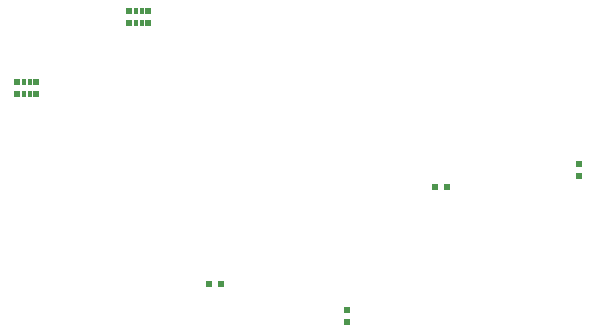
<source format=gbr>
G04 EAGLE Gerber RS-274X export*
G75*
%MOMM*%
%FSLAX34Y34*%
%LPD*%
%INSolderpaste Bottom*%
%IPPOS*%
%AMOC8*
5,1,8,0,0,1.08239X$1,22.5*%
G01*
%ADD10R,0.497841X0.500000*%
%ADD11R,0.300000X0.500000*%
%ADD12R,0.500000X0.600000*%
%ADD13R,0.600000X0.500000*%


D10*
X117739Y283544D03*
D11*
X112228Y283544D03*
X107228Y283544D03*
D10*
X101717Y283544D03*
X101717Y293544D03*
D11*
X107228Y293544D03*
X112228Y293544D03*
D10*
X117739Y293544D03*
X22743Y223346D03*
D11*
X17232Y223346D03*
X12232Y223346D03*
D10*
X6721Y223346D03*
X6721Y233346D03*
D11*
X12232Y233346D03*
X17232Y233346D03*
D10*
X22743Y233346D03*
D12*
X360252Y144780D03*
X370252Y144780D03*
D13*
X286004Y40052D03*
X286004Y30052D03*
X482600Y154004D03*
X482600Y164004D03*
D12*
X168990Y62230D03*
X178990Y62230D03*
M02*

</source>
